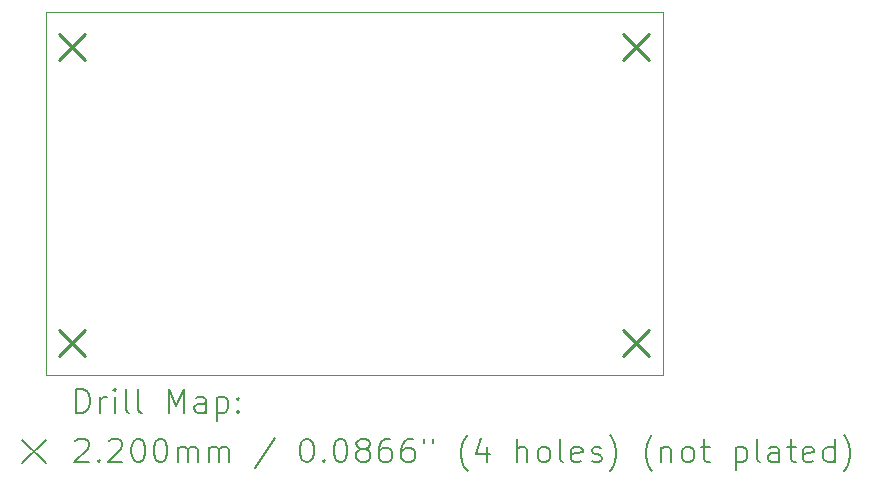
<source format=gbr>
%TF.GenerationSoftware,KiCad,Pcbnew,8.0.1*%
%TF.CreationDate,2024-04-13T18:18:34+03:00*%
%TF.ProjectId,mains-detector,6d61696e-732d-4646-9574-6563746f722e,rev?*%
%TF.SameCoordinates,Original*%
%TF.FileFunction,Drillmap*%
%TF.FilePolarity,Positive*%
%FSLAX45Y45*%
G04 Gerber Fmt 4.5, Leading zero omitted, Abs format (unit mm)*
G04 Created by KiCad (PCBNEW 8.0.1) date 2024-04-13 18:18:34*
%MOMM*%
%LPD*%
G01*
G04 APERTURE LIST*
%ADD10C,0.100000*%
%ADD11C,0.200000*%
%ADD12C,0.220000*%
G04 APERTURE END LIST*
D10*
X0Y0D02*
X5220000Y0D01*
X5220000Y-3080000D01*
X0Y-3080000D01*
X0Y0D01*
D11*
D12*
X110000Y-190000D02*
X330000Y-410000D01*
X330000Y-190000D02*
X110000Y-410000D01*
X110000Y-2700000D02*
X330000Y-2920000D01*
X330000Y-2700000D02*
X110000Y-2920000D01*
X4880000Y-190000D02*
X5100000Y-410000D01*
X5100000Y-190000D02*
X4880000Y-410000D01*
X4880000Y-2700000D02*
X5100000Y-2920000D01*
X5100000Y-2700000D02*
X4880000Y-2920000D01*
D11*
X255777Y-3396484D02*
X255777Y-3196484D01*
X255777Y-3196484D02*
X303396Y-3196484D01*
X303396Y-3196484D02*
X331967Y-3206008D01*
X331967Y-3206008D02*
X351015Y-3225055D01*
X351015Y-3225055D02*
X360539Y-3244103D01*
X360539Y-3244103D02*
X370062Y-3282198D01*
X370062Y-3282198D02*
X370062Y-3310769D01*
X370062Y-3310769D02*
X360539Y-3348865D01*
X360539Y-3348865D02*
X351015Y-3367912D01*
X351015Y-3367912D02*
X331967Y-3386960D01*
X331967Y-3386960D02*
X303396Y-3396484D01*
X303396Y-3396484D02*
X255777Y-3396484D01*
X455777Y-3396484D02*
X455777Y-3263150D01*
X455777Y-3301246D02*
X465301Y-3282198D01*
X465301Y-3282198D02*
X474824Y-3272674D01*
X474824Y-3272674D02*
X493872Y-3263150D01*
X493872Y-3263150D02*
X512920Y-3263150D01*
X579586Y-3396484D02*
X579586Y-3263150D01*
X579586Y-3196484D02*
X570063Y-3206008D01*
X570063Y-3206008D02*
X579586Y-3215531D01*
X579586Y-3215531D02*
X589110Y-3206008D01*
X589110Y-3206008D02*
X579586Y-3196484D01*
X579586Y-3196484D02*
X579586Y-3215531D01*
X703396Y-3396484D02*
X684348Y-3386960D01*
X684348Y-3386960D02*
X674824Y-3367912D01*
X674824Y-3367912D02*
X674824Y-3196484D01*
X808158Y-3396484D02*
X789110Y-3386960D01*
X789110Y-3386960D02*
X779586Y-3367912D01*
X779586Y-3367912D02*
X779586Y-3196484D01*
X1036729Y-3396484D02*
X1036729Y-3196484D01*
X1036729Y-3196484D02*
X1103396Y-3339341D01*
X1103396Y-3339341D02*
X1170063Y-3196484D01*
X1170063Y-3196484D02*
X1170063Y-3396484D01*
X1351015Y-3396484D02*
X1351015Y-3291722D01*
X1351015Y-3291722D02*
X1341491Y-3272674D01*
X1341491Y-3272674D02*
X1322444Y-3263150D01*
X1322444Y-3263150D02*
X1284348Y-3263150D01*
X1284348Y-3263150D02*
X1265301Y-3272674D01*
X1351015Y-3386960D02*
X1331967Y-3396484D01*
X1331967Y-3396484D02*
X1284348Y-3396484D01*
X1284348Y-3396484D02*
X1265301Y-3386960D01*
X1265301Y-3386960D02*
X1255777Y-3367912D01*
X1255777Y-3367912D02*
X1255777Y-3348865D01*
X1255777Y-3348865D02*
X1265301Y-3329817D01*
X1265301Y-3329817D02*
X1284348Y-3320293D01*
X1284348Y-3320293D02*
X1331967Y-3320293D01*
X1331967Y-3320293D02*
X1351015Y-3310769D01*
X1446253Y-3263150D02*
X1446253Y-3463150D01*
X1446253Y-3272674D02*
X1465301Y-3263150D01*
X1465301Y-3263150D02*
X1503396Y-3263150D01*
X1503396Y-3263150D02*
X1522443Y-3272674D01*
X1522443Y-3272674D02*
X1531967Y-3282198D01*
X1531967Y-3282198D02*
X1541491Y-3301246D01*
X1541491Y-3301246D02*
X1541491Y-3358388D01*
X1541491Y-3358388D02*
X1531967Y-3377436D01*
X1531967Y-3377436D02*
X1522443Y-3386960D01*
X1522443Y-3386960D02*
X1503396Y-3396484D01*
X1503396Y-3396484D02*
X1465301Y-3396484D01*
X1465301Y-3396484D02*
X1446253Y-3386960D01*
X1627205Y-3377436D02*
X1636729Y-3386960D01*
X1636729Y-3386960D02*
X1627205Y-3396484D01*
X1627205Y-3396484D02*
X1617682Y-3386960D01*
X1617682Y-3386960D02*
X1627205Y-3377436D01*
X1627205Y-3377436D02*
X1627205Y-3396484D01*
X1627205Y-3272674D02*
X1636729Y-3282198D01*
X1636729Y-3282198D02*
X1627205Y-3291722D01*
X1627205Y-3291722D02*
X1617682Y-3282198D01*
X1617682Y-3282198D02*
X1627205Y-3272674D01*
X1627205Y-3272674D02*
X1627205Y-3291722D01*
X-205000Y-3625000D02*
X-5000Y-3825000D01*
X-5000Y-3625000D02*
X-205000Y-3825000D01*
X246253Y-3635531D02*
X255777Y-3626008D01*
X255777Y-3626008D02*
X274824Y-3616484D01*
X274824Y-3616484D02*
X322444Y-3616484D01*
X322444Y-3616484D02*
X341491Y-3626008D01*
X341491Y-3626008D02*
X351015Y-3635531D01*
X351015Y-3635531D02*
X360539Y-3654579D01*
X360539Y-3654579D02*
X360539Y-3673627D01*
X360539Y-3673627D02*
X351015Y-3702198D01*
X351015Y-3702198D02*
X236729Y-3816484D01*
X236729Y-3816484D02*
X360539Y-3816484D01*
X446253Y-3797436D02*
X455777Y-3806960D01*
X455777Y-3806960D02*
X446253Y-3816484D01*
X446253Y-3816484D02*
X436729Y-3806960D01*
X436729Y-3806960D02*
X446253Y-3797436D01*
X446253Y-3797436D02*
X446253Y-3816484D01*
X531967Y-3635531D02*
X541491Y-3626008D01*
X541491Y-3626008D02*
X560539Y-3616484D01*
X560539Y-3616484D02*
X608158Y-3616484D01*
X608158Y-3616484D02*
X627205Y-3626008D01*
X627205Y-3626008D02*
X636729Y-3635531D01*
X636729Y-3635531D02*
X646253Y-3654579D01*
X646253Y-3654579D02*
X646253Y-3673627D01*
X646253Y-3673627D02*
X636729Y-3702198D01*
X636729Y-3702198D02*
X522443Y-3816484D01*
X522443Y-3816484D02*
X646253Y-3816484D01*
X770062Y-3616484D02*
X789110Y-3616484D01*
X789110Y-3616484D02*
X808158Y-3626008D01*
X808158Y-3626008D02*
X817682Y-3635531D01*
X817682Y-3635531D02*
X827205Y-3654579D01*
X827205Y-3654579D02*
X836729Y-3692674D01*
X836729Y-3692674D02*
X836729Y-3740293D01*
X836729Y-3740293D02*
X827205Y-3778388D01*
X827205Y-3778388D02*
X817682Y-3797436D01*
X817682Y-3797436D02*
X808158Y-3806960D01*
X808158Y-3806960D02*
X789110Y-3816484D01*
X789110Y-3816484D02*
X770062Y-3816484D01*
X770062Y-3816484D02*
X751015Y-3806960D01*
X751015Y-3806960D02*
X741491Y-3797436D01*
X741491Y-3797436D02*
X731967Y-3778388D01*
X731967Y-3778388D02*
X722443Y-3740293D01*
X722443Y-3740293D02*
X722443Y-3692674D01*
X722443Y-3692674D02*
X731967Y-3654579D01*
X731967Y-3654579D02*
X741491Y-3635531D01*
X741491Y-3635531D02*
X751015Y-3626008D01*
X751015Y-3626008D02*
X770062Y-3616484D01*
X960539Y-3616484D02*
X979586Y-3616484D01*
X979586Y-3616484D02*
X998634Y-3626008D01*
X998634Y-3626008D02*
X1008158Y-3635531D01*
X1008158Y-3635531D02*
X1017682Y-3654579D01*
X1017682Y-3654579D02*
X1027205Y-3692674D01*
X1027205Y-3692674D02*
X1027205Y-3740293D01*
X1027205Y-3740293D02*
X1017682Y-3778388D01*
X1017682Y-3778388D02*
X1008158Y-3797436D01*
X1008158Y-3797436D02*
X998634Y-3806960D01*
X998634Y-3806960D02*
X979586Y-3816484D01*
X979586Y-3816484D02*
X960539Y-3816484D01*
X960539Y-3816484D02*
X941491Y-3806960D01*
X941491Y-3806960D02*
X931967Y-3797436D01*
X931967Y-3797436D02*
X922443Y-3778388D01*
X922443Y-3778388D02*
X912920Y-3740293D01*
X912920Y-3740293D02*
X912920Y-3692674D01*
X912920Y-3692674D02*
X922443Y-3654579D01*
X922443Y-3654579D02*
X931967Y-3635531D01*
X931967Y-3635531D02*
X941491Y-3626008D01*
X941491Y-3626008D02*
X960539Y-3616484D01*
X1112920Y-3816484D02*
X1112920Y-3683150D01*
X1112920Y-3702198D02*
X1122444Y-3692674D01*
X1122444Y-3692674D02*
X1141491Y-3683150D01*
X1141491Y-3683150D02*
X1170063Y-3683150D01*
X1170063Y-3683150D02*
X1189110Y-3692674D01*
X1189110Y-3692674D02*
X1198634Y-3711722D01*
X1198634Y-3711722D02*
X1198634Y-3816484D01*
X1198634Y-3711722D02*
X1208158Y-3692674D01*
X1208158Y-3692674D02*
X1227205Y-3683150D01*
X1227205Y-3683150D02*
X1255777Y-3683150D01*
X1255777Y-3683150D02*
X1274825Y-3692674D01*
X1274825Y-3692674D02*
X1284348Y-3711722D01*
X1284348Y-3711722D02*
X1284348Y-3816484D01*
X1379586Y-3816484D02*
X1379586Y-3683150D01*
X1379586Y-3702198D02*
X1389110Y-3692674D01*
X1389110Y-3692674D02*
X1408158Y-3683150D01*
X1408158Y-3683150D02*
X1436729Y-3683150D01*
X1436729Y-3683150D02*
X1455777Y-3692674D01*
X1455777Y-3692674D02*
X1465301Y-3711722D01*
X1465301Y-3711722D02*
X1465301Y-3816484D01*
X1465301Y-3711722D02*
X1474824Y-3692674D01*
X1474824Y-3692674D02*
X1493872Y-3683150D01*
X1493872Y-3683150D02*
X1522443Y-3683150D01*
X1522443Y-3683150D02*
X1541491Y-3692674D01*
X1541491Y-3692674D02*
X1551015Y-3711722D01*
X1551015Y-3711722D02*
X1551015Y-3816484D01*
X1941491Y-3606960D02*
X1770063Y-3864103D01*
X2198634Y-3616484D02*
X2217682Y-3616484D01*
X2217682Y-3616484D02*
X2236729Y-3626008D01*
X2236729Y-3626008D02*
X2246253Y-3635531D01*
X2246253Y-3635531D02*
X2255777Y-3654579D01*
X2255777Y-3654579D02*
X2265301Y-3692674D01*
X2265301Y-3692674D02*
X2265301Y-3740293D01*
X2265301Y-3740293D02*
X2255777Y-3778388D01*
X2255777Y-3778388D02*
X2246253Y-3797436D01*
X2246253Y-3797436D02*
X2236729Y-3806960D01*
X2236729Y-3806960D02*
X2217682Y-3816484D01*
X2217682Y-3816484D02*
X2198634Y-3816484D01*
X2198634Y-3816484D02*
X2179587Y-3806960D01*
X2179587Y-3806960D02*
X2170063Y-3797436D01*
X2170063Y-3797436D02*
X2160539Y-3778388D01*
X2160539Y-3778388D02*
X2151015Y-3740293D01*
X2151015Y-3740293D02*
X2151015Y-3692674D01*
X2151015Y-3692674D02*
X2160539Y-3654579D01*
X2160539Y-3654579D02*
X2170063Y-3635531D01*
X2170063Y-3635531D02*
X2179587Y-3626008D01*
X2179587Y-3626008D02*
X2198634Y-3616484D01*
X2351015Y-3797436D02*
X2360539Y-3806960D01*
X2360539Y-3806960D02*
X2351015Y-3816484D01*
X2351015Y-3816484D02*
X2341491Y-3806960D01*
X2341491Y-3806960D02*
X2351015Y-3797436D01*
X2351015Y-3797436D02*
X2351015Y-3816484D01*
X2484348Y-3616484D02*
X2503396Y-3616484D01*
X2503396Y-3616484D02*
X2522444Y-3626008D01*
X2522444Y-3626008D02*
X2531968Y-3635531D01*
X2531968Y-3635531D02*
X2541491Y-3654579D01*
X2541491Y-3654579D02*
X2551015Y-3692674D01*
X2551015Y-3692674D02*
X2551015Y-3740293D01*
X2551015Y-3740293D02*
X2541491Y-3778388D01*
X2541491Y-3778388D02*
X2531968Y-3797436D01*
X2531968Y-3797436D02*
X2522444Y-3806960D01*
X2522444Y-3806960D02*
X2503396Y-3816484D01*
X2503396Y-3816484D02*
X2484348Y-3816484D01*
X2484348Y-3816484D02*
X2465301Y-3806960D01*
X2465301Y-3806960D02*
X2455777Y-3797436D01*
X2455777Y-3797436D02*
X2446253Y-3778388D01*
X2446253Y-3778388D02*
X2436729Y-3740293D01*
X2436729Y-3740293D02*
X2436729Y-3692674D01*
X2436729Y-3692674D02*
X2446253Y-3654579D01*
X2446253Y-3654579D02*
X2455777Y-3635531D01*
X2455777Y-3635531D02*
X2465301Y-3626008D01*
X2465301Y-3626008D02*
X2484348Y-3616484D01*
X2665301Y-3702198D02*
X2646253Y-3692674D01*
X2646253Y-3692674D02*
X2636729Y-3683150D01*
X2636729Y-3683150D02*
X2627206Y-3664103D01*
X2627206Y-3664103D02*
X2627206Y-3654579D01*
X2627206Y-3654579D02*
X2636729Y-3635531D01*
X2636729Y-3635531D02*
X2646253Y-3626008D01*
X2646253Y-3626008D02*
X2665301Y-3616484D01*
X2665301Y-3616484D02*
X2703396Y-3616484D01*
X2703396Y-3616484D02*
X2722444Y-3626008D01*
X2722444Y-3626008D02*
X2731968Y-3635531D01*
X2731968Y-3635531D02*
X2741491Y-3654579D01*
X2741491Y-3654579D02*
X2741491Y-3664103D01*
X2741491Y-3664103D02*
X2731968Y-3683150D01*
X2731968Y-3683150D02*
X2722444Y-3692674D01*
X2722444Y-3692674D02*
X2703396Y-3702198D01*
X2703396Y-3702198D02*
X2665301Y-3702198D01*
X2665301Y-3702198D02*
X2646253Y-3711722D01*
X2646253Y-3711722D02*
X2636729Y-3721246D01*
X2636729Y-3721246D02*
X2627206Y-3740293D01*
X2627206Y-3740293D02*
X2627206Y-3778388D01*
X2627206Y-3778388D02*
X2636729Y-3797436D01*
X2636729Y-3797436D02*
X2646253Y-3806960D01*
X2646253Y-3806960D02*
X2665301Y-3816484D01*
X2665301Y-3816484D02*
X2703396Y-3816484D01*
X2703396Y-3816484D02*
X2722444Y-3806960D01*
X2722444Y-3806960D02*
X2731968Y-3797436D01*
X2731968Y-3797436D02*
X2741491Y-3778388D01*
X2741491Y-3778388D02*
X2741491Y-3740293D01*
X2741491Y-3740293D02*
X2731968Y-3721246D01*
X2731968Y-3721246D02*
X2722444Y-3711722D01*
X2722444Y-3711722D02*
X2703396Y-3702198D01*
X2912920Y-3616484D02*
X2874825Y-3616484D01*
X2874825Y-3616484D02*
X2855777Y-3626008D01*
X2855777Y-3626008D02*
X2846253Y-3635531D01*
X2846253Y-3635531D02*
X2827206Y-3664103D01*
X2827206Y-3664103D02*
X2817682Y-3702198D01*
X2817682Y-3702198D02*
X2817682Y-3778388D01*
X2817682Y-3778388D02*
X2827206Y-3797436D01*
X2827206Y-3797436D02*
X2836729Y-3806960D01*
X2836729Y-3806960D02*
X2855777Y-3816484D01*
X2855777Y-3816484D02*
X2893872Y-3816484D01*
X2893872Y-3816484D02*
X2912920Y-3806960D01*
X2912920Y-3806960D02*
X2922444Y-3797436D01*
X2922444Y-3797436D02*
X2931967Y-3778388D01*
X2931967Y-3778388D02*
X2931967Y-3730769D01*
X2931967Y-3730769D02*
X2922444Y-3711722D01*
X2922444Y-3711722D02*
X2912920Y-3702198D01*
X2912920Y-3702198D02*
X2893872Y-3692674D01*
X2893872Y-3692674D02*
X2855777Y-3692674D01*
X2855777Y-3692674D02*
X2836729Y-3702198D01*
X2836729Y-3702198D02*
X2827206Y-3711722D01*
X2827206Y-3711722D02*
X2817682Y-3730769D01*
X3103396Y-3616484D02*
X3065301Y-3616484D01*
X3065301Y-3616484D02*
X3046253Y-3626008D01*
X3046253Y-3626008D02*
X3036729Y-3635531D01*
X3036729Y-3635531D02*
X3017682Y-3664103D01*
X3017682Y-3664103D02*
X3008158Y-3702198D01*
X3008158Y-3702198D02*
X3008158Y-3778388D01*
X3008158Y-3778388D02*
X3017682Y-3797436D01*
X3017682Y-3797436D02*
X3027206Y-3806960D01*
X3027206Y-3806960D02*
X3046253Y-3816484D01*
X3046253Y-3816484D02*
X3084348Y-3816484D01*
X3084348Y-3816484D02*
X3103396Y-3806960D01*
X3103396Y-3806960D02*
X3112920Y-3797436D01*
X3112920Y-3797436D02*
X3122444Y-3778388D01*
X3122444Y-3778388D02*
X3122444Y-3730769D01*
X3122444Y-3730769D02*
X3112920Y-3711722D01*
X3112920Y-3711722D02*
X3103396Y-3702198D01*
X3103396Y-3702198D02*
X3084348Y-3692674D01*
X3084348Y-3692674D02*
X3046253Y-3692674D01*
X3046253Y-3692674D02*
X3027206Y-3702198D01*
X3027206Y-3702198D02*
X3017682Y-3711722D01*
X3017682Y-3711722D02*
X3008158Y-3730769D01*
X3198634Y-3616484D02*
X3198634Y-3654579D01*
X3274825Y-3616484D02*
X3274825Y-3654579D01*
X3570063Y-3892674D02*
X3560539Y-3883150D01*
X3560539Y-3883150D02*
X3541491Y-3854579D01*
X3541491Y-3854579D02*
X3531968Y-3835531D01*
X3531968Y-3835531D02*
X3522444Y-3806960D01*
X3522444Y-3806960D02*
X3512920Y-3759341D01*
X3512920Y-3759341D02*
X3512920Y-3721246D01*
X3512920Y-3721246D02*
X3522444Y-3673627D01*
X3522444Y-3673627D02*
X3531968Y-3645055D01*
X3531968Y-3645055D02*
X3541491Y-3626008D01*
X3541491Y-3626008D02*
X3560539Y-3597436D01*
X3560539Y-3597436D02*
X3570063Y-3587912D01*
X3731968Y-3683150D02*
X3731968Y-3816484D01*
X3684348Y-3606960D02*
X3636729Y-3749817D01*
X3636729Y-3749817D02*
X3760539Y-3749817D01*
X3989110Y-3816484D02*
X3989110Y-3616484D01*
X4074825Y-3816484D02*
X4074825Y-3711722D01*
X4074825Y-3711722D02*
X4065301Y-3692674D01*
X4065301Y-3692674D02*
X4046253Y-3683150D01*
X4046253Y-3683150D02*
X4017682Y-3683150D01*
X4017682Y-3683150D02*
X3998634Y-3692674D01*
X3998634Y-3692674D02*
X3989110Y-3702198D01*
X4198634Y-3816484D02*
X4179587Y-3806960D01*
X4179587Y-3806960D02*
X4170063Y-3797436D01*
X4170063Y-3797436D02*
X4160539Y-3778388D01*
X4160539Y-3778388D02*
X4160539Y-3721246D01*
X4160539Y-3721246D02*
X4170063Y-3702198D01*
X4170063Y-3702198D02*
X4179587Y-3692674D01*
X4179587Y-3692674D02*
X4198634Y-3683150D01*
X4198634Y-3683150D02*
X4227206Y-3683150D01*
X4227206Y-3683150D02*
X4246253Y-3692674D01*
X4246253Y-3692674D02*
X4255777Y-3702198D01*
X4255777Y-3702198D02*
X4265301Y-3721246D01*
X4265301Y-3721246D02*
X4265301Y-3778388D01*
X4265301Y-3778388D02*
X4255777Y-3797436D01*
X4255777Y-3797436D02*
X4246253Y-3806960D01*
X4246253Y-3806960D02*
X4227206Y-3816484D01*
X4227206Y-3816484D02*
X4198634Y-3816484D01*
X4379587Y-3816484D02*
X4360539Y-3806960D01*
X4360539Y-3806960D02*
X4351015Y-3787912D01*
X4351015Y-3787912D02*
X4351015Y-3616484D01*
X4531968Y-3806960D02*
X4512920Y-3816484D01*
X4512920Y-3816484D02*
X4474825Y-3816484D01*
X4474825Y-3816484D02*
X4455777Y-3806960D01*
X4455777Y-3806960D02*
X4446253Y-3787912D01*
X4446253Y-3787912D02*
X4446253Y-3711722D01*
X4446253Y-3711722D02*
X4455777Y-3692674D01*
X4455777Y-3692674D02*
X4474825Y-3683150D01*
X4474825Y-3683150D02*
X4512920Y-3683150D01*
X4512920Y-3683150D02*
X4531968Y-3692674D01*
X4531968Y-3692674D02*
X4541492Y-3711722D01*
X4541492Y-3711722D02*
X4541492Y-3730769D01*
X4541492Y-3730769D02*
X4446253Y-3749817D01*
X4617682Y-3806960D02*
X4636730Y-3816484D01*
X4636730Y-3816484D02*
X4674825Y-3816484D01*
X4674825Y-3816484D02*
X4693873Y-3806960D01*
X4693873Y-3806960D02*
X4703396Y-3787912D01*
X4703396Y-3787912D02*
X4703396Y-3778388D01*
X4703396Y-3778388D02*
X4693873Y-3759341D01*
X4693873Y-3759341D02*
X4674825Y-3749817D01*
X4674825Y-3749817D02*
X4646253Y-3749817D01*
X4646253Y-3749817D02*
X4627206Y-3740293D01*
X4627206Y-3740293D02*
X4617682Y-3721246D01*
X4617682Y-3721246D02*
X4617682Y-3711722D01*
X4617682Y-3711722D02*
X4627206Y-3692674D01*
X4627206Y-3692674D02*
X4646253Y-3683150D01*
X4646253Y-3683150D02*
X4674825Y-3683150D01*
X4674825Y-3683150D02*
X4693873Y-3692674D01*
X4770063Y-3892674D02*
X4779587Y-3883150D01*
X4779587Y-3883150D02*
X4798634Y-3854579D01*
X4798634Y-3854579D02*
X4808158Y-3835531D01*
X4808158Y-3835531D02*
X4817682Y-3806960D01*
X4817682Y-3806960D02*
X4827206Y-3759341D01*
X4827206Y-3759341D02*
X4827206Y-3721246D01*
X4827206Y-3721246D02*
X4817682Y-3673627D01*
X4817682Y-3673627D02*
X4808158Y-3645055D01*
X4808158Y-3645055D02*
X4798634Y-3626008D01*
X4798634Y-3626008D02*
X4779587Y-3597436D01*
X4779587Y-3597436D02*
X4770063Y-3587912D01*
X5131968Y-3892674D02*
X5122444Y-3883150D01*
X5122444Y-3883150D02*
X5103396Y-3854579D01*
X5103396Y-3854579D02*
X5093873Y-3835531D01*
X5093873Y-3835531D02*
X5084349Y-3806960D01*
X5084349Y-3806960D02*
X5074825Y-3759341D01*
X5074825Y-3759341D02*
X5074825Y-3721246D01*
X5074825Y-3721246D02*
X5084349Y-3673627D01*
X5084349Y-3673627D02*
X5093873Y-3645055D01*
X5093873Y-3645055D02*
X5103396Y-3626008D01*
X5103396Y-3626008D02*
X5122444Y-3597436D01*
X5122444Y-3597436D02*
X5131968Y-3587912D01*
X5208158Y-3683150D02*
X5208158Y-3816484D01*
X5208158Y-3702198D02*
X5217682Y-3692674D01*
X5217682Y-3692674D02*
X5236730Y-3683150D01*
X5236730Y-3683150D02*
X5265301Y-3683150D01*
X5265301Y-3683150D02*
X5284349Y-3692674D01*
X5284349Y-3692674D02*
X5293873Y-3711722D01*
X5293873Y-3711722D02*
X5293873Y-3816484D01*
X5417682Y-3816484D02*
X5398634Y-3806960D01*
X5398634Y-3806960D02*
X5389111Y-3797436D01*
X5389111Y-3797436D02*
X5379587Y-3778388D01*
X5379587Y-3778388D02*
X5379587Y-3721246D01*
X5379587Y-3721246D02*
X5389111Y-3702198D01*
X5389111Y-3702198D02*
X5398634Y-3692674D01*
X5398634Y-3692674D02*
X5417682Y-3683150D01*
X5417682Y-3683150D02*
X5446254Y-3683150D01*
X5446254Y-3683150D02*
X5465301Y-3692674D01*
X5465301Y-3692674D02*
X5474825Y-3702198D01*
X5474825Y-3702198D02*
X5484349Y-3721246D01*
X5484349Y-3721246D02*
X5484349Y-3778388D01*
X5484349Y-3778388D02*
X5474825Y-3797436D01*
X5474825Y-3797436D02*
X5465301Y-3806960D01*
X5465301Y-3806960D02*
X5446254Y-3816484D01*
X5446254Y-3816484D02*
X5417682Y-3816484D01*
X5541492Y-3683150D02*
X5617682Y-3683150D01*
X5570063Y-3616484D02*
X5570063Y-3787912D01*
X5570063Y-3787912D02*
X5579587Y-3806960D01*
X5579587Y-3806960D02*
X5598634Y-3816484D01*
X5598634Y-3816484D02*
X5617682Y-3816484D01*
X5836730Y-3683150D02*
X5836730Y-3883150D01*
X5836730Y-3692674D02*
X5855777Y-3683150D01*
X5855777Y-3683150D02*
X5893873Y-3683150D01*
X5893873Y-3683150D02*
X5912920Y-3692674D01*
X5912920Y-3692674D02*
X5922444Y-3702198D01*
X5922444Y-3702198D02*
X5931968Y-3721246D01*
X5931968Y-3721246D02*
X5931968Y-3778388D01*
X5931968Y-3778388D02*
X5922444Y-3797436D01*
X5922444Y-3797436D02*
X5912920Y-3806960D01*
X5912920Y-3806960D02*
X5893873Y-3816484D01*
X5893873Y-3816484D02*
X5855777Y-3816484D01*
X5855777Y-3816484D02*
X5836730Y-3806960D01*
X6046253Y-3816484D02*
X6027206Y-3806960D01*
X6027206Y-3806960D02*
X6017682Y-3787912D01*
X6017682Y-3787912D02*
X6017682Y-3616484D01*
X6208158Y-3816484D02*
X6208158Y-3711722D01*
X6208158Y-3711722D02*
X6198634Y-3692674D01*
X6198634Y-3692674D02*
X6179587Y-3683150D01*
X6179587Y-3683150D02*
X6141492Y-3683150D01*
X6141492Y-3683150D02*
X6122444Y-3692674D01*
X6208158Y-3806960D02*
X6189111Y-3816484D01*
X6189111Y-3816484D02*
X6141492Y-3816484D01*
X6141492Y-3816484D02*
X6122444Y-3806960D01*
X6122444Y-3806960D02*
X6112920Y-3787912D01*
X6112920Y-3787912D02*
X6112920Y-3768865D01*
X6112920Y-3768865D02*
X6122444Y-3749817D01*
X6122444Y-3749817D02*
X6141492Y-3740293D01*
X6141492Y-3740293D02*
X6189111Y-3740293D01*
X6189111Y-3740293D02*
X6208158Y-3730769D01*
X6274825Y-3683150D02*
X6351015Y-3683150D01*
X6303396Y-3616484D02*
X6303396Y-3787912D01*
X6303396Y-3787912D02*
X6312920Y-3806960D01*
X6312920Y-3806960D02*
X6331968Y-3816484D01*
X6331968Y-3816484D02*
X6351015Y-3816484D01*
X6493873Y-3806960D02*
X6474825Y-3816484D01*
X6474825Y-3816484D02*
X6436730Y-3816484D01*
X6436730Y-3816484D02*
X6417682Y-3806960D01*
X6417682Y-3806960D02*
X6408158Y-3787912D01*
X6408158Y-3787912D02*
X6408158Y-3711722D01*
X6408158Y-3711722D02*
X6417682Y-3692674D01*
X6417682Y-3692674D02*
X6436730Y-3683150D01*
X6436730Y-3683150D02*
X6474825Y-3683150D01*
X6474825Y-3683150D02*
X6493873Y-3692674D01*
X6493873Y-3692674D02*
X6503396Y-3711722D01*
X6503396Y-3711722D02*
X6503396Y-3730769D01*
X6503396Y-3730769D02*
X6408158Y-3749817D01*
X6674825Y-3816484D02*
X6674825Y-3616484D01*
X6674825Y-3806960D02*
X6655777Y-3816484D01*
X6655777Y-3816484D02*
X6617682Y-3816484D01*
X6617682Y-3816484D02*
X6598634Y-3806960D01*
X6598634Y-3806960D02*
X6589111Y-3797436D01*
X6589111Y-3797436D02*
X6579587Y-3778388D01*
X6579587Y-3778388D02*
X6579587Y-3721246D01*
X6579587Y-3721246D02*
X6589111Y-3702198D01*
X6589111Y-3702198D02*
X6598634Y-3692674D01*
X6598634Y-3692674D02*
X6617682Y-3683150D01*
X6617682Y-3683150D02*
X6655777Y-3683150D01*
X6655777Y-3683150D02*
X6674825Y-3692674D01*
X6751015Y-3892674D02*
X6760539Y-3883150D01*
X6760539Y-3883150D02*
X6779587Y-3854579D01*
X6779587Y-3854579D02*
X6789111Y-3835531D01*
X6789111Y-3835531D02*
X6798634Y-3806960D01*
X6798634Y-3806960D02*
X6808158Y-3759341D01*
X6808158Y-3759341D02*
X6808158Y-3721246D01*
X6808158Y-3721246D02*
X6798634Y-3673627D01*
X6798634Y-3673627D02*
X6789111Y-3645055D01*
X6789111Y-3645055D02*
X6779587Y-3626008D01*
X6779587Y-3626008D02*
X6760539Y-3597436D01*
X6760539Y-3597436D02*
X6751015Y-3587912D01*
M02*

</source>
